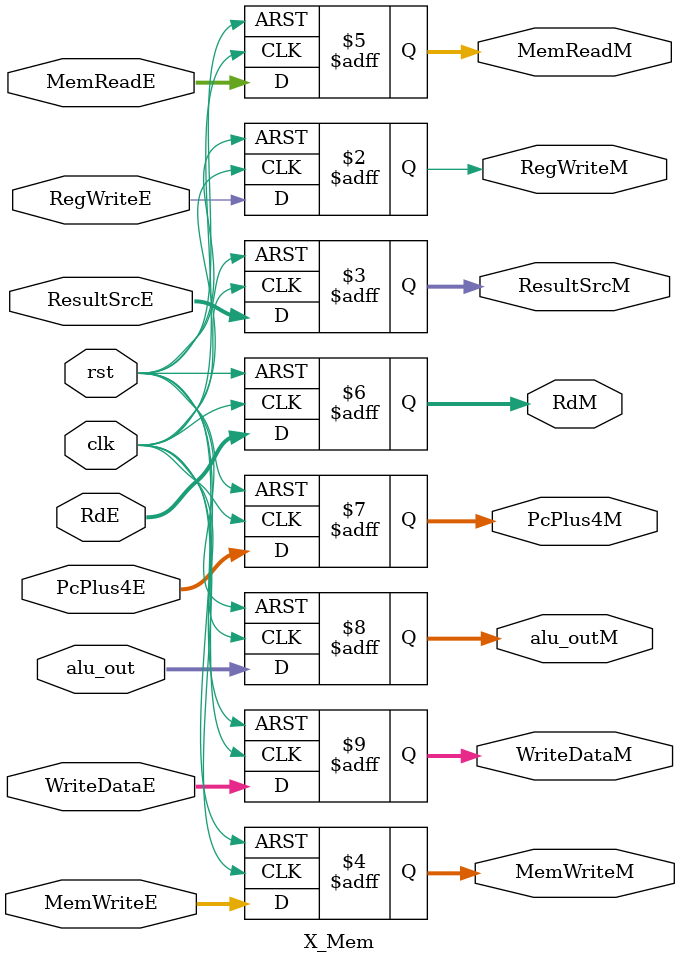
<source format=sv>
`timescale 1ns / 1ps

module X_Mem (
    input  logic        clk, rst,
    
    // Input signals from EX stage
    input  logic        RegWriteE,        // 1-bit control signal for register write
    input  logic [1:0]  ResultSrcE,       // Control signal (2 bits to select source)
    input  logic [2:0]  MemWriteE,        // 3-bit control signal for memory write
    input  logic [2:0]  MemReadE,         // 3-bit control signal for memory read
    input  logic [4:0]  RdE,              // 5-bit destination register
    input  logic [31:0] PcPlus4E,         // 32-bit PC+4 value
    input  logic [31:0] alu_out,          // 32-bit ALU output
    input  logic [31:0] WriteDataE,       // 32-bit data to write to memory
    
    // Output signals to MEM stage
    output logic        RegWriteM,        // 1-bit control signal for register write
    output logic [1:0]  ResultSrcM,       // Control signal (2 bits to select source)
    output logic [2:0]  MemWriteM,        // 3-bit control signal for memory write
    output logic [2:0]  MemReadM,         // 3-bit control signal for memory read
    output logic [4:0]  RdM,              // 5-bit destination register
    output logic [31:0] PcPlus4M,         // 32-bit PC+4 value
    output logic [31:0] alu_outM,         // 32-bit ALU output
    output logic [31:0] WriteDataM        // 32-bit data to write to memory
);
    always_ff @(posedge clk or posedge rst) begin
        if (rst) begin
            RegWriteM  <= 1'b0;
            ResultSrcM <= 2'b00;
            MemWriteM  <= 3'b000;
            MemReadM   <= 3'b000;
            RdM        <= 5'b0;
            PcPlus4M   <= 32'b0;
            alu_outM   <= 32'b0;
            WriteDataM <= 32'b0;
        end else begin
            RegWriteM  <= RegWriteE;
            ResultSrcM <= ResultSrcE;
            MemWriteM  <= MemWriteE;
            MemReadM   <= MemReadE;
            RdM        <= RdE;
            PcPlus4M   <= PcPlus4E;
            alu_outM   <= alu_out;
            WriteDataM <= WriteDataE;
        end
    end

endmodule
</source>
